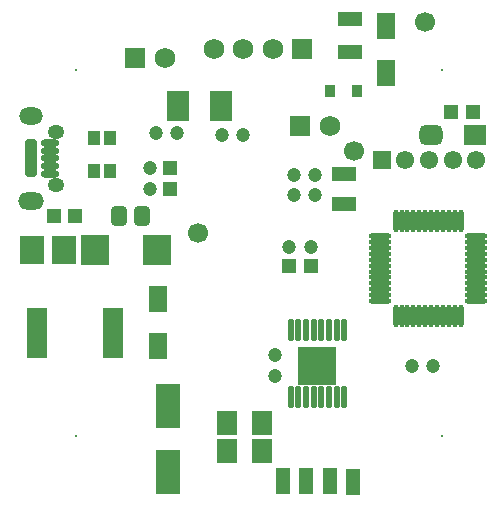
<source format=gts>
%FSLAX25Y25*%
%MOIN*%
G70*
G01*
G75*
G04 Layer_Color=8388736*
%ADD10C,0.00787*%
%ADD11C,0.01378*%
%ADD12C,0.01969*%
%ADD13C,0.02756*%
%ADD14C,0.02953*%
%ADD15C,0.01181*%
%ADD16C,0.01575*%
%ADD17O,0.01378X0.06693*%
%ADD18R,0.11811X0.11811*%
%ADD19C,0.05906*%
G04:AMPARAMS|DCode=20|XSize=59.06mil|YSize=68.9mil|CornerRadius=14.76mil|HoleSize=0mil|Usage=FLASHONLY|Rotation=270.000|XOffset=0mil|YOffset=0mil|HoleType=Round|Shape=RoundedRectangle|*
%AMROUNDEDRECTD20*
21,1,0.05906,0.03937,0,0,270.0*
21,1,0.02953,0.06890,0,0,270.0*
1,1,0.02953,-0.01969,-0.01476*
1,1,0.02953,-0.01969,0.01476*
1,1,0.02953,0.01969,0.01476*
1,1,0.02953,0.01969,-0.01476*
%
%ADD20ROUNDEDRECTD20*%
%ADD21R,0.06890X0.05906*%
%ADD22R,0.03347X0.04134*%
%ADD23R,0.05906X0.07087*%
%ADD24R,0.03937X0.03937*%
%ADD25C,0.03937*%
G04:AMPARAMS|DCode=26|XSize=59.06mil|YSize=47.24mil|CornerRadius=11.81mil|HoleSize=0mil|Usage=FLASHONLY|Rotation=90.000|XOffset=0mil|YOffset=0mil|HoleType=Round|Shape=RoundedRectangle|*
%AMROUNDEDRECTD26*
21,1,0.05906,0.02362,0,0,90.0*
21,1,0.03543,0.04724,0,0,90.0*
1,1,0.02362,0.01181,0.01772*
1,1,0.02362,0.01181,-0.01772*
1,1,0.02362,-0.01181,-0.01772*
1,1,0.02362,-0.01181,0.01772*
%
%ADD26ROUNDEDRECTD26*%
%ADD27R,0.05512X0.07874*%
%ADD28R,0.08661X0.09449*%
%ADD29R,0.06299X0.15748*%
%ADD30R,0.07480X0.08976*%
%ADD31R,0.07087X0.03937*%
%ADD32R,0.03937X0.03937*%
G04:AMPARAMS|DCode=33|XSize=118.11mil|YSize=35.43mil|CornerRadius=8.86mil|HoleSize=0mil|Usage=FLASHONLY|Rotation=90.000|XOffset=0mil|YOffset=0mil|HoleType=Round|Shape=RoundedRectangle|*
%AMROUNDEDRECTD33*
21,1,0.11811,0.01772,0,0,90.0*
21,1,0.10039,0.03543,0,0,90.0*
1,1,0.01772,0.00886,0.05020*
1,1,0.01772,0.00886,-0.05020*
1,1,0.01772,-0.00886,-0.05020*
1,1,0.01772,-0.00886,0.05020*
%
%ADD33ROUNDEDRECTD33*%
%ADD34O,0.05315X0.01575*%
%ADD35R,0.06693X0.09449*%
%ADD36R,0.07087X0.13780*%
%ADD37R,0.02480X0.03268*%
%ADD38R,0.03937X0.07874*%
%ADD39O,0.06693X0.01181*%
%ADD40O,0.01181X0.06693*%
%ADD41C,0.03937*%
%ADD42O,0.04724X0.04134*%
%ADD43O,0.07087X0.04921*%
%ADD44O,0.07874X0.04921*%
%ADD45R,0.06102X0.06102*%
%ADD46C,0.06102*%
%ADD47C,0.05315*%
%ADD48R,0.05315X0.05315*%
%ADD49C,0.02362*%
%ADD50C,0.00591*%
%ADD51R,0.02874X0.01181*%
%ADD52R,0.01181X0.02874*%
%ADD53R,0.09843X0.09843*%
%ADD54R,0.05512X0.02362*%
%ADD55O,0.07008X0.02362*%
%ADD56O,0.02362X0.07008*%
%ADD57R,0.00394X0.00394*%
%ADD58C,0.00984*%
%ADD59C,0.01000*%
%ADD60C,0.00394*%
%ADD61C,0.02362*%
%ADD62O,0.02165X0.07480*%
%ADD63R,0.12598X0.12598*%
%ADD64C,0.06693*%
G04:AMPARAMS|DCode=65|XSize=66.93mil|YSize=76.77mil|CornerRadius=18.7mil|HoleSize=0mil|Usage=FLASHONLY|Rotation=270.000|XOffset=0mil|YOffset=0mil|HoleType=Round|Shape=RoundedRectangle|*
%AMROUNDEDRECTD65*
21,1,0.06693,0.03937,0,0,270.0*
21,1,0.02953,0.07677,0,0,270.0*
1,1,0.03740,-0.01969,-0.01476*
1,1,0.03740,-0.01969,0.01476*
1,1,0.03740,0.01969,0.01476*
1,1,0.03740,0.01969,-0.01476*
%
%ADD65ROUNDEDRECTD65*%
%ADD66R,0.07677X0.06693*%
%ADD67R,0.04134X0.04921*%
%ADD68R,0.06693X0.07874*%
%ADD69R,0.04724X0.04724*%
%ADD70C,0.04724*%
G04:AMPARAMS|DCode=71|XSize=66.93mil|YSize=55.12mil|CornerRadius=15.75mil|HoleSize=0mil|Usage=FLASHONLY|Rotation=90.000|XOffset=0mil|YOffset=0mil|HoleType=Round|Shape=RoundedRectangle|*
%AMROUNDEDRECTD71*
21,1,0.06693,0.02362,0,0,90.0*
21,1,0.03543,0.05512,0,0,90.0*
1,1,0.03150,0.01181,0.01772*
1,1,0.03150,0.01181,-0.01772*
1,1,0.03150,-0.01181,-0.01772*
1,1,0.03150,-0.01181,0.01772*
%
%ADD71ROUNDEDRECTD71*%
%ADD72R,0.06299X0.08661*%
%ADD73R,0.09449X0.10236*%
%ADD74R,0.07087X0.16535*%
%ADD75R,0.08268X0.09764*%
%ADD76R,0.07874X0.04724*%
%ADD77R,0.04724X0.04724*%
G04:AMPARAMS|DCode=78|XSize=125.98mil|YSize=43.31mil|CornerRadius=12.8mil|HoleSize=0mil|Usage=FLASHONLY|Rotation=90.000|XOffset=0mil|YOffset=0mil|HoleType=Round|Shape=RoundedRectangle|*
%AMROUNDEDRECTD78*
21,1,0.12598,0.01772,0,0,90.0*
21,1,0.10039,0.04331,0,0,90.0*
1,1,0.02559,0.00886,0.05020*
1,1,0.02559,0.00886,-0.05020*
1,1,0.02559,-0.00886,-0.05020*
1,1,0.02559,-0.00886,0.05020*
%
%ADD78ROUNDEDRECTD78*%
%ADD79O,0.06102X0.02362*%
%ADD80R,0.07480X0.10236*%
%ADD81R,0.07874X0.14567*%
%ADD82R,0.03268X0.04055*%
%ADD83R,0.04724X0.08661*%
%ADD84O,0.07480X0.01969*%
%ADD85O,0.01969X0.07480*%
%ADD86O,0.05512X0.04921*%
%ADD87O,0.07874X0.05709*%
%ADD88O,0.08661X0.05709*%
%ADD89C,0.00787*%
%ADD90R,0.06890X0.06890*%
%ADD91C,0.06890*%
D45*
X123752Y113500D02*
D03*
D46*
X147374D02*
D03*
X139500D02*
D03*
X131626D02*
D03*
X155248D02*
D03*
D62*
X93323Y34575D02*
D03*
X95882D02*
D03*
X98441D02*
D03*
X101000D02*
D03*
X103559D02*
D03*
X106118D02*
D03*
X108677D02*
D03*
X111236D02*
D03*
Y57016D02*
D03*
X93323D02*
D03*
X95882D02*
D03*
X98441D02*
D03*
X101000D02*
D03*
X103559D02*
D03*
X106118D02*
D03*
X108677D02*
D03*
D63*
X102279Y45008D02*
D03*
D64*
X62402Y89370D02*
D03*
X137992Y159646D02*
D03*
X114370Y116535D02*
D03*
D65*
X140118Y122000D02*
D03*
D66*
X154882D02*
D03*
D67*
X27843Y121000D02*
D03*
X33158D02*
D03*
X27843Y110000D02*
D03*
X33158D02*
D03*
D68*
X72291Y16500D02*
D03*
X83709D02*
D03*
X72291Y26000D02*
D03*
X83709D02*
D03*
D69*
X53000Y111043D02*
D03*
Y103957D02*
D03*
D70*
X46417D02*
D03*
Y111043D02*
D03*
X101543Y108500D02*
D03*
X94457D02*
D03*
X101543Y102000D02*
D03*
X94457D02*
D03*
X92913Y84500D02*
D03*
X100000D02*
D03*
X77543Y122000D02*
D03*
X70457D02*
D03*
X48429Y122500D02*
D03*
X55516D02*
D03*
X88000Y41457D02*
D03*
Y48543D02*
D03*
X140748Y45000D02*
D03*
X133661D02*
D03*
D71*
X43937Y95000D02*
D03*
X36063D02*
D03*
D72*
X49000Y67236D02*
D03*
Y51764D02*
D03*
X125000Y142764D02*
D03*
Y158236D02*
D03*
D73*
X28264Y83500D02*
D03*
X48736D02*
D03*
D74*
X8902Y56000D02*
D03*
X34098D02*
D03*
D75*
X17736Y83500D02*
D03*
X7264D02*
D03*
D76*
X111000Y99079D02*
D03*
Y108921D02*
D03*
X113000Y160512D02*
D03*
Y149488D02*
D03*
D77*
X14457Y95000D02*
D03*
X21543D02*
D03*
X100000Y78402D02*
D03*
X92913D02*
D03*
X146957Y129500D02*
D03*
X154043D02*
D03*
D78*
X6791Y114173D02*
D03*
D79*
X13189Y109055D02*
D03*
Y111614D02*
D03*
Y114173D02*
D03*
Y116732D02*
D03*
Y119291D02*
D03*
D80*
X55717Y131500D02*
D03*
X70284D02*
D03*
D81*
X52500Y9476D02*
D03*
Y31524D02*
D03*
D82*
X106610Y136500D02*
D03*
X115390D02*
D03*
D83*
X114073Y6298D02*
D03*
X106399Y6498D02*
D03*
X98525D02*
D03*
X90651D02*
D03*
D84*
X123228Y88244D02*
D03*
Y86276D02*
D03*
Y84307D02*
D03*
Y82339D02*
D03*
Y80370D02*
D03*
Y78402D02*
D03*
Y76433D02*
D03*
Y74465D02*
D03*
Y72496D02*
D03*
Y70528D02*
D03*
Y68559D02*
D03*
Y66591D02*
D03*
X155118D02*
D03*
Y68559D02*
D03*
Y70528D02*
D03*
Y72496D02*
D03*
Y74465D02*
D03*
Y76433D02*
D03*
Y78402D02*
D03*
Y80370D02*
D03*
Y82339D02*
D03*
Y84307D02*
D03*
Y86276D02*
D03*
Y88244D02*
D03*
D85*
X128346Y61472D02*
D03*
X130315D02*
D03*
X132283D02*
D03*
X134252D02*
D03*
X136221D02*
D03*
X138189D02*
D03*
X140157D02*
D03*
X142126D02*
D03*
X144095D02*
D03*
X146063D02*
D03*
X148031D02*
D03*
X150000D02*
D03*
Y93362D02*
D03*
X148031D02*
D03*
X146063D02*
D03*
X144095D02*
D03*
X142126D02*
D03*
X140157D02*
D03*
X138189D02*
D03*
X136221D02*
D03*
X134252D02*
D03*
X132283D02*
D03*
X130315D02*
D03*
X128346D02*
D03*
D86*
X15256Y105413D02*
D03*
Y122933D02*
D03*
D87*
X6791Y128248D02*
D03*
D88*
Y100098D02*
D03*
D89*
X143700Y21654D02*
D03*
X21653D02*
D03*
Y143701D02*
D03*
X143700D02*
D03*
D90*
X96500Y125000D02*
D03*
X97185Y150500D02*
D03*
X41500Y147500D02*
D03*
D91*
X106500Y125000D02*
D03*
X87343Y150500D02*
D03*
X77500D02*
D03*
X67658D02*
D03*
X51500Y147500D02*
D03*
M02*

</source>
